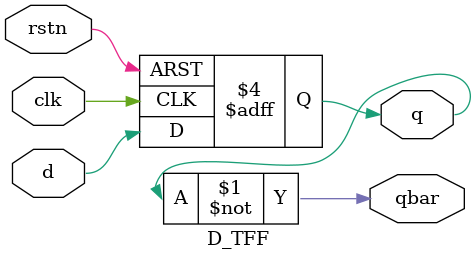
<source format=v>
module D_TFF(q ,qbar, d, rstn, clk);
    parameter FF_TYPE = "DFF";

    input d, rstn, clk;
    output reg q;
    output qbar;

    assign qbar = ~q;
    always @(posedge clk or negedge rstn) begin
        if(!rstn)
            q <= 0;
        else begin
            if(FF_TYPE == "DFF")begin 
                q <= d;  
            end
            else begin 
                if(d)
                q <= ~q;
            end 
        end
    end
endmodule
</source>
